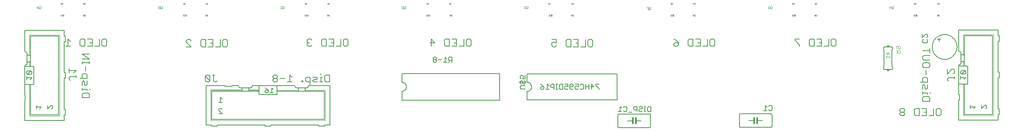
<source format=gbo>
G75*
%MOIN*%
%OFA0B0*%
%FSLAX24Y24*%
%IPPOS*%
%LPD*%
%AMOC8*
5,1,8,0,0,1.08239X$1,22.5*
%
%ADD10C,0.0060*%
%ADD11C,0.0010*%
%ADD12C,0.0020*%
%ADD13C,0.0050*%
%ADD14R,0.0200X0.0150*%
%ADD15C,0.0040*%
%ADD16C,0.0070*%
%ADD17C,0.0120*%
D10*
X008771Y004200D02*
X008771Y005950D01*
X008821Y005950D01*
X008821Y006450D01*
X008771Y006450D01*
X008771Y007400D01*
X009171Y007400D01*
X009271Y007400D01*
X009271Y004700D01*
X011771Y004700D01*
X011771Y011700D01*
X009271Y011700D01*
X009271Y010000D01*
X009271Y009400D01*
X009271Y009000D01*
X009171Y009000D01*
X008771Y009000D01*
X008771Y007400D01*
X009271Y007400D02*
X009571Y007400D01*
X009571Y009000D01*
X009271Y009000D01*
X008971Y009200D02*
X008971Y009400D01*
X008971Y010000D01*
X009171Y010000D01*
X009271Y010000D01*
X008971Y010000D02*
X008971Y010200D01*
X008771Y010350D01*
X008771Y012200D01*
X012271Y012200D01*
X012271Y011700D01*
X012371Y011700D01*
X012371Y011200D01*
X012271Y011200D01*
X012271Y008450D01*
X012371Y008450D01*
X012371Y007950D01*
X012271Y007950D01*
X012271Y005200D01*
X012371Y005200D01*
X012371Y004700D01*
X012271Y004700D01*
X012271Y004200D01*
X008771Y004200D01*
X008771Y009000D02*
X008771Y009050D01*
X008971Y009200D01*
X008971Y009400D02*
X009171Y009400D01*
X009271Y009400D01*
X012402Y010770D02*
X012829Y010770D01*
X012615Y010770D02*
X012615Y011410D01*
X012829Y011197D01*
X013691Y011303D02*
X013798Y011410D01*
X014118Y011410D01*
X014118Y010770D01*
X013798Y010770D01*
X013691Y010876D01*
X013691Y011303D01*
X014335Y011410D02*
X014762Y011410D01*
X014762Y010770D01*
X014335Y010770D01*
X014980Y010770D02*
X015407Y010770D01*
X015407Y011410D01*
X015624Y011303D02*
X015731Y011410D01*
X015945Y011410D01*
X016051Y011303D01*
X016051Y010876D01*
X015945Y010770D01*
X015731Y010770D01*
X015624Y010876D01*
X015624Y011303D01*
X014762Y011090D02*
X014549Y011090D01*
X023122Y011157D02*
X023549Y010730D01*
X023122Y010730D01*
X024411Y010836D02*
X024411Y011263D01*
X024518Y011370D01*
X024838Y011370D01*
X024838Y010730D01*
X024518Y010730D01*
X024411Y010836D01*
X025055Y010730D02*
X025482Y010730D01*
X025482Y011370D01*
X025055Y011370D01*
X026127Y011370D02*
X026127Y010730D01*
X025700Y010730D01*
X026344Y010836D02*
X026344Y011263D01*
X026451Y011370D01*
X026665Y011370D01*
X026771Y011263D01*
X026771Y010836D01*
X026665Y010730D01*
X026451Y010730D01*
X026344Y010836D01*
X025482Y011050D02*
X025269Y011050D01*
X023549Y011263D02*
X023442Y011370D01*
X023228Y011370D01*
X023122Y011263D01*
X023122Y011157D01*
X033842Y011197D02*
X033948Y011090D01*
X033842Y010983D01*
X033842Y010876D01*
X033948Y010770D01*
X034162Y010770D01*
X034269Y010876D01*
X034055Y011090D02*
X033948Y011090D01*
X033842Y011197D02*
X033842Y011303D01*
X033948Y011410D01*
X034162Y011410D01*
X034269Y011303D01*
X035131Y011303D02*
X035238Y011410D01*
X035558Y011410D01*
X035558Y010770D01*
X035238Y010770D01*
X035131Y010876D01*
X035131Y011303D01*
X035775Y011410D02*
X036202Y011410D01*
X036202Y010770D01*
X035775Y010770D01*
X036420Y010770D02*
X036847Y010770D01*
X036847Y011410D01*
X037064Y011303D02*
X037171Y011410D01*
X037385Y011410D01*
X037491Y011303D01*
X037491Y010876D01*
X037385Y010770D01*
X037171Y010770D01*
X037064Y010876D01*
X037064Y011303D01*
X036202Y011090D02*
X035989Y011090D01*
X044762Y011090D02*
X045189Y011090D01*
X044868Y011410D01*
X044868Y010770D01*
X046051Y010876D02*
X046158Y010770D01*
X046478Y010770D01*
X046478Y011410D01*
X046158Y011410D01*
X046051Y011303D01*
X046051Y010876D01*
X046695Y010770D02*
X047122Y010770D01*
X047122Y011410D01*
X046695Y011410D01*
X046909Y011090D02*
X047122Y011090D01*
X047984Y011303D02*
X047984Y010876D01*
X048091Y010770D01*
X048305Y010770D01*
X048411Y010876D01*
X048411Y011303D01*
X048305Y011410D01*
X048091Y011410D01*
X047984Y011303D01*
X047767Y011410D02*
X047767Y010770D01*
X047340Y010770D01*
X055562Y010836D02*
X055668Y010730D01*
X055882Y010730D01*
X055989Y010836D01*
X055989Y011050D02*
X055775Y011157D01*
X055668Y011157D01*
X055562Y011050D01*
X055562Y010836D01*
X055989Y011050D02*
X055989Y011370D01*
X055562Y011370D01*
X056851Y011263D02*
X056958Y011370D01*
X057278Y011370D01*
X057278Y010730D01*
X056958Y010730D01*
X056851Y010836D01*
X056851Y011263D01*
X057495Y011370D02*
X057922Y011370D01*
X057922Y010730D01*
X057495Y010730D01*
X058140Y010730D02*
X058567Y010730D01*
X058567Y011370D01*
X058784Y011263D02*
X058891Y011370D01*
X059105Y011370D01*
X059211Y011263D01*
X059211Y010836D01*
X059105Y010730D01*
X058891Y010730D01*
X058784Y010836D01*
X058784Y011263D01*
X057922Y011050D02*
X057709Y011050D01*
X066402Y010983D02*
X066508Y011090D01*
X066829Y011090D01*
X066829Y010876D01*
X066722Y010770D01*
X066508Y010770D01*
X066402Y010876D01*
X066402Y010983D01*
X066615Y011303D02*
X066829Y011090D01*
X066615Y011303D02*
X066402Y011410D01*
X067691Y011303D02*
X067798Y011410D01*
X068118Y011410D01*
X068118Y010770D01*
X067798Y010770D01*
X067691Y010876D01*
X067691Y011303D01*
X068335Y011410D02*
X068762Y011410D01*
X068762Y010770D01*
X068335Y010770D01*
X068980Y010770D02*
X069407Y010770D01*
X069407Y011410D01*
X069624Y011303D02*
X069731Y011410D01*
X069945Y011410D01*
X070051Y011303D01*
X070051Y010876D01*
X069945Y010770D01*
X069731Y010770D01*
X069624Y010876D01*
X069624Y011303D01*
X068762Y011090D02*
X068549Y011090D01*
X077162Y011303D02*
X077589Y010876D01*
X077589Y010770D01*
X078451Y010876D02*
X078451Y011303D01*
X078558Y011410D01*
X078878Y011410D01*
X078878Y010770D01*
X078558Y010770D01*
X078451Y010876D01*
X079095Y010770D02*
X079522Y010770D01*
X079522Y011410D01*
X079095Y011410D01*
X080167Y011410D02*
X080167Y010770D01*
X079740Y010770D01*
X080384Y010876D02*
X080384Y011303D01*
X080491Y011410D01*
X080705Y011410D01*
X080811Y011303D01*
X080811Y010876D01*
X080705Y010770D01*
X080491Y010770D01*
X080384Y010876D01*
X079522Y011090D02*
X079309Y011090D01*
X077589Y011410D02*
X077162Y011410D01*
X077162Y011303D01*
X085041Y010620D02*
X085041Y010470D01*
X085091Y010420D01*
X085091Y009020D01*
X085041Y008970D01*
X085041Y008820D01*
X085043Y008803D01*
X085047Y008786D01*
X085054Y008770D01*
X085064Y008756D01*
X085077Y008743D01*
X085091Y008733D01*
X085107Y008726D01*
X085124Y008722D01*
X085141Y008720D01*
X085741Y008720D01*
X085758Y008722D01*
X085775Y008726D01*
X085791Y008733D01*
X085805Y008743D01*
X085818Y008756D01*
X085828Y008770D01*
X085835Y008786D01*
X085839Y008803D01*
X085841Y008820D01*
X085841Y008970D01*
X085791Y009020D01*
X085791Y010420D01*
X085841Y010470D01*
X085841Y010620D01*
X085839Y010637D01*
X085835Y010654D01*
X085828Y010670D01*
X085818Y010684D01*
X085805Y010697D01*
X085791Y010707D01*
X085775Y010714D01*
X085758Y010718D01*
X085741Y010720D01*
X085141Y010720D01*
X085124Y010718D01*
X085107Y010714D01*
X085091Y010707D01*
X085077Y010697D01*
X085064Y010684D01*
X085054Y010670D01*
X085047Y010654D01*
X085043Y010637D01*
X085041Y010620D01*
X089811Y011370D02*
X089961Y011370D01*
X089961Y011220D01*
X089961Y011370D02*
X090111Y011370D01*
X089961Y011370D02*
X089961Y011520D01*
X092211Y011720D02*
X092211Y010020D01*
X092211Y009420D01*
X092211Y009020D01*
X092111Y009020D01*
X091711Y009020D01*
X091711Y007420D01*
X091711Y006470D01*
X091761Y006470D01*
X091761Y005970D01*
X091711Y005970D01*
X091711Y004220D01*
X095211Y004220D01*
X095211Y004720D01*
X095311Y004720D01*
X095311Y005220D01*
X095211Y005220D01*
X095211Y007970D01*
X095311Y007970D01*
X095311Y008470D01*
X095211Y008470D01*
X095211Y011220D01*
X095311Y011220D01*
X095311Y011720D01*
X095211Y011720D01*
X095211Y012220D01*
X091711Y012220D01*
X091711Y010370D01*
X091911Y010220D01*
X091911Y010020D01*
X091911Y009420D01*
X091911Y009220D01*
X091711Y009070D01*
X091711Y009020D01*
X092211Y009020D02*
X092511Y009020D01*
X092511Y007420D01*
X092211Y007420D01*
X092111Y007420D01*
X091711Y007420D01*
X092211Y007420D02*
X092211Y004720D01*
X094711Y004720D01*
X094711Y011720D01*
X092211Y011720D01*
X089361Y010720D02*
X089363Y010786D01*
X089369Y010851D01*
X089379Y010916D01*
X089392Y010981D01*
X089410Y011044D01*
X089431Y011107D01*
X089456Y011167D01*
X089485Y011227D01*
X089517Y011284D01*
X089552Y011340D01*
X089591Y011393D01*
X089633Y011444D01*
X089677Y011492D01*
X089725Y011537D01*
X089775Y011580D01*
X089828Y011619D01*
X089883Y011656D01*
X089940Y011689D01*
X089999Y011718D01*
X090059Y011744D01*
X090121Y011766D01*
X090184Y011785D01*
X090248Y011799D01*
X090313Y011810D01*
X090379Y011817D01*
X090445Y011820D01*
X090510Y011819D01*
X090576Y011814D01*
X090641Y011805D01*
X090706Y011792D01*
X090769Y011776D01*
X090832Y011756D01*
X090893Y011731D01*
X090953Y011704D01*
X091011Y011673D01*
X091067Y011638D01*
X091121Y011600D01*
X091172Y011559D01*
X091221Y011515D01*
X091267Y011468D01*
X091311Y011419D01*
X091351Y011367D01*
X091388Y011312D01*
X091422Y011256D01*
X091452Y011197D01*
X091479Y011137D01*
X091502Y011076D01*
X091521Y011013D01*
X091537Y010949D01*
X091549Y010884D01*
X091557Y010819D01*
X091561Y010753D01*
X091561Y010687D01*
X091557Y010621D01*
X091549Y010556D01*
X091537Y010491D01*
X091521Y010427D01*
X091502Y010364D01*
X091479Y010303D01*
X091452Y010243D01*
X091422Y010184D01*
X091388Y010128D01*
X091351Y010073D01*
X091311Y010021D01*
X091267Y009972D01*
X091221Y009925D01*
X091172Y009881D01*
X091121Y009840D01*
X091067Y009802D01*
X091011Y009767D01*
X090953Y009736D01*
X090893Y009709D01*
X090832Y009684D01*
X090769Y009664D01*
X090706Y009648D01*
X090641Y009635D01*
X090576Y009626D01*
X090510Y009621D01*
X090445Y009620D01*
X090379Y009623D01*
X090313Y009630D01*
X090248Y009641D01*
X090184Y009655D01*
X090121Y009674D01*
X090059Y009696D01*
X089999Y009722D01*
X089940Y009751D01*
X089883Y009784D01*
X089828Y009821D01*
X089775Y009860D01*
X089725Y009903D01*
X089677Y009948D01*
X089633Y009996D01*
X089591Y010047D01*
X089552Y010100D01*
X089517Y010156D01*
X089485Y010213D01*
X089456Y010273D01*
X089431Y010333D01*
X089410Y010396D01*
X089392Y010459D01*
X089379Y010524D01*
X089369Y010589D01*
X089363Y010654D01*
X089361Y010720D01*
X091911Y010020D02*
X092111Y010020D01*
X092211Y010020D01*
X092211Y009420D02*
X092111Y009420D01*
X091911Y009420D01*
X090025Y005250D02*
X090131Y005143D01*
X090131Y004716D01*
X090025Y004610D01*
X089811Y004610D01*
X089704Y004716D01*
X089704Y005143D01*
X089811Y005250D01*
X090025Y005250D01*
X089487Y005250D02*
X089487Y004610D01*
X089060Y004610D01*
X088842Y004610D02*
X088415Y004610D01*
X088198Y004610D02*
X087878Y004610D01*
X087771Y004716D01*
X087771Y005143D01*
X087878Y005250D01*
X088198Y005250D01*
X088198Y004610D01*
X088842Y004610D02*
X088842Y005250D01*
X088415Y005250D01*
X086909Y005143D02*
X086909Y005037D01*
X086802Y004930D01*
X086588Y004930D01*
X086482Y004823D01*
X086482Y004716D01*
X086588Y004610D01*
X086802Y004610D01*
X086909Y004716D01*
X086909Y004823D01*
X086802Y004930D01*
X086588Y004930D02*
X086482Y005037D01*
X086482Y005143D01*
X086588Y005250D01*
X086802Y005250D01*
X086909Y005143D01*
X088629Y004930D02*
X088842Y004930D01*
X075131Y004680D02*
X075131Y003680D01*
X075129Y003663D01*
X075125Y003646D01*
X075118Y003630D01*
X075108Y003616D01*
X075095Y003603D01*
X075081Y003593D01*
X075065Y003586D01*
X075048Y003582D01*
X075031Y003580D01*
X072331Y003580D01*
X072314Y003582D01*
X072297Y003586D01*
X072281Y003593D01*
X072267Y003603D01*
X072254Y003616D01*
X072244Y003630D01*
X072237Y003646D01*
X072233Y003663D01*
X072231Y003680D01*
X072231Y004680D01*
X072233Y004697D01*
X072237Y004714D01*
X072244Y004730D01*
X072254Y004744D01*
X072267Y004757D01*
X072281Y004767D01*
X072297Y004774D01*
X072314Y004778D01*
X072331Y004780D01*
X075031Y004780D01*
X075048Y004778D01*
X075065Y004774D01*
X075081Y004767D01*
X075095Y004757D01*
X075108Y004744D01*
X075118Y004730D01*
X075125Y004714D01*
X075129Y004697D01*
X075131Y004680D01*
X074281Y004180D02*
X073801Y004180D01*
X073551Y004180D02*
X073081Y004180D01*
X064351Y004660D02*
X064351Y003660D01*
X064349Y003643D01*
X064345Y003626D01*
X064338Y003610D01*
X064328Y003596D01*
X064315Y003583D01*
X064301Y003573D01*
X064285Y003566D01*
X064268Y003562D01*
X064251Y003560D01*
X061551Y003560D01*
X061534Y003562D01*
X061517Y003566D01*
X061501Y003573D01*
X061487Y003583D01*
X061474Y003596D01*
X061464Y003610D01*
X061457Y003626D01*
X061453Y003643D01*
X061451Y003660D01*
X061451Y004660D01*
X061453Y004677D01*
X061457Y004694D01*
X061464Y004710D01*
X061474Y004724D01*
X061487Y004737D01*
X061501Y004747D01*
X061517Y004754D01*
X061534Y004758D01*
X061551Y004760D01*
X064251Y004760D01*
X064268Y004758D01*
X064285Y004754D01*
X064301Y004747D01*
X064315Y004737D01*
X064328Y004724D01*
X064338Y004710D01*
X064345Y004694D01*
X064349Y004677D01*
X064351Y004660D01*
X063501Y004160D02*
X063031Y004160D01*
X062781Y004160D02*
X062301Y004160D01*
X061385Y006030D02*
X053385Y006030D01*
X053385Y006780D01*
X053424Y006782D01*
X053463Y006788D01*
X053501Y006797D01*
X053538Y006810D01*
X053574Y006827D01*
X053607Y006847D01*
X053639Y006871D01*
X053668Y006897D01*
X053694Y006926D01*
X053718Y006958D01*
X053738Y006991D01*
X053755Y007027D01*
X053768Y007064D01*
X053777Y007102D01*
X053783Y007141D01*
X053785Y007180D01*
X053783Y007219D01*
X053777Y007258D01*
X053768Y007296D01*
X053755Y007333D01*
X053738Y007369D01*
X053718Y007402D01*
X053694Y007434D01*
X053668Y007463D01*
X053639Y007489D01*
X053607Y007513D01*
X053574Y007533D01*
X053538Y007550D01*
X053501Y007563D01*
X053463Y007572D01*
X053424Y007578D01*
X053385Y007580D01*
X053385Y008330D01*
X061385Y008330D01*
X061385Y006030D01*
D11*
X057497Y013465D02*
X057442Y013465D01*
X057424Y013483D01*
X057424Y013556D01*
X057442Y013575D01*
X057497Y013575D01*
X057497Y013465D01*
X057387Y013483D02*
X057314Y013556D01*
X057314Y013483D01*
X057332Y013465D01*
X057369Y013465D01*
X057387Y013483D01*
X057387Y013556D01*
X057369Y013575D01*
X057332Y013575D01*
X057314Y013556D01*
X055608Y013575D02*
X055608Y013465D01*
X055608Y013501D02*
X055553Y013501D01*
X055535Y013520D01*
X055535Y013556D01*
X055553Y013575D01*
X055608Y013575D01*
X055571Y013501D02*
X055535Y013465D01*
X055497Y013465D02*
X055424Y013465D01*
X055387Y013483D02*
X055369Y013465D01*
X055332Y013465D01*
X055314Y013483D01*
X055314Y013501D01*
X055332Y013520D01*
X055369Y013520D01*
X055387Y013538D01*
X055387Y013556D01*
X055369Y013575D01*
X055332Y013575D01*
X055314Y013556D01*
X055424Y013575D02*
X055497Y013575D01*
X055497Y013465D01*
X055497Y013520D02*
X055461Y013520D01*
X055417Y014505D02*
X055362Y014505D01*
X055344Y014523D01*
X055344Y014596D01*
X055362Y014615D01*
X055417Y014615D01*
X055417Y014505D01*
X055307Y014523D02*
X055289Y014505D01*
X055252Y014505D01*
X055234Y014523D01*
X055307Y014523D02*
X055307Y014596D01*
X055289Y014615D01*
X055252Y014615D01*
X055234Y014596D01*
X057314Y014505D02*
X057387Y014505D01*
X057350Y014505D02*
X057350Y014615D01*
X057387Y014578D01*
X057424Y014596D02*
X057442Y014615D01*
X057497Y014615D01*
X057497Y014505D01*
X057442Y014505D01*
X057424Y014523D01*
X057424Y014596D01*
X066114Y014596D02*
X066132Y014615D01*
X066169Y014615D01*
X066187Y014596D01*
X066187Y014523D01*
X066169Y014505D01*
X066132Y014505D01*
X066114Y014523D01*
X066224Y014523D02*
X066224Y014596D01*
X066242Y014615D01*
X066297Y014615D01*
X066297Y014505D01*
X066242Y014505D01*
X066224Y014523D01*
X068114Y014505D02*
X068187Y014505D01*
X068150Y014505D02*
X068150Y014615D01*
X068187Y014578D01*
X068224Y014596D02*
X068242Y014615D01*
X068297Y014615D01*
X068297Y014505D01*
X068242Y014505D01*
X068224Y014523D01*
X068224Y014596D01*
X068242Y013575D02*
X068297Y013575D01*
X068297Y013465D01*
X068242Y013465D01*
X068224Y013483D01*
X068224Y013556D01*
X068242Y013575D01*
X068187Y013556D02*
X068169Y013575D01*
X068132Y013575D01*
X068114Y013556D01*
X068187Y013483D01*
X068169Y013465D01*
X068132Y013465D01*
X068114Y013483D01*
X068114Y013556D01*
X068187Y013556D02*
X068187Y013483D01*
X066408Y013501D02*
X066353Y013501D01*
X066335Y013520D01*
X066335Y013556D01*
X066353Y013575D01*
X066408Y013575D01*
X066408Y013465D01*
X066371Y013501D02*
X066335Y013465D01*
X066297Y013465D02*
X066224Y013465D01*
X066187Y013483D02*
X066169Y013465D01*
X066132Y013465D01*
X066114Y013483D01*
X066114Y013501D01*
X066132Y013520D01*
X066169Y013520D01*
X066187Y013538D01*
X066187Y013556D01*
X066169Y013575D01*
X066132Y013575D01*
X066114Y013556D01*
X066224Y013575D02*
X066297Y013575D01*
X066297Y013465D01*
X066297Y013520D02*
X066261Y013520D01*
X076914Y013501D02*
X076914Y013483D01*
X076932Y013465D01*
X076969Y013465D01*
X076987Y013483D01*
X076969Y013520D02*
X076932Y013520D01*
X076914Y013501D01*
X076914Y013556D02*
X076932Y013575D01*
X076969Y013575D01*
X076987Y013556D01*
X076987Y013538D01*
X076969Y013520D01*
X077024Y013575D02*
X077097Y013575D01*
X077097Y013465D01*
X077024Y013465D01*
X077061Y013520D02*
X077097Y013520D01*
X077135Y013520D02*
X077153Y013501D01*
X077208Y013501D01*
X077208Y013465D02*
X077208Y013575D01*
X077153Y013575D01*
X077135Y013556D01*
X077135Y013520D01*
X077171Y013501D02*
X077135Y013465D01*
X078914Y013483D02*
X078932Y013465D01*
X078969Y013465D01*
X078987Y013483D01*
X078914Y013556D01*
X078914Y013483D01*
X078987Y013483D02*
X078987Y013556D01*
X078969Y013575D01*
X078932Y013575D01*
X078914Y013556D01*
X079024Y013556D02*
X079042Y013575D01*
X079097Y013575D01*
X079097Y013465D01*
X079042Y013465D01*
X079024Y013483D01*
X079024Y013556D01*
X079042Y014505D02*
X079024Y014523D01*
X079024Y014596D01*
X079042Y014615D01*
X079097Y014615D01*
X079097Y014505D01*
X079042Y014505D01*
X078987Y014505D02*
X078914Y014505D01*
X078950Y014505D02*
X078950Y014615D01*
X078987Y014578D01*
X077097Y014615D02*
X077042Y014615D01*
X077024Y014596D01*
X077024Y014523D01*
X077042Y014505D01*
X077097Y014505D01*
X077097Y014615D01*
X076987Y014596D02*
X076987Y014523D01*
X076969Y014505D01*
X076932Y014505D01*
X076914Y014523D01*
X076914Y014596D02*
X076932Y014615D01*
X076969Y014615D01*
X076987Y014596D01*
X087714Y014596D02*
X087732Y014615D01*
X087769Y014615D01*
X087787Y014596D01*
X087787Y014523D01*
X087769Y014505D01*
X087732Y014505D01*
X087714Y014523D01*
X087824Y014523D02*
X087824Y014596D01*
X087842Y014615D01*
X087897Y014615D01*
X087897Y014505D01*
X087842Y014505D01*
X087824Y014523D01*
X089794Y014505D02*
X089867Y014505D01*
X089830Y014505D02*
X089830Y014615D01*
X089867Y014578D01*
X089904Y014596D02*
X089922Y014615D01*
X089977Y014615D01*
X089977Y014505D01*
X089922Y014505D01*
X089904Y014523D01*
X089904Y014596D01*
X089922Y013575D02*
X089977Y013575D01*
X089977Y013465D01*
X089922Y013465D01*
X089904Y013483D01*
X089904Y013556D01*
X089922Y013575D01*
X089867Y013556D02*
X089849Y013575D01*
X089812Y013575D01*
X089794Y013556D01*
X089867Y013483D01*
X089849Y013465D01*
X089812Y013465D01*
X089794Y013483D01*
X089794Y013556D01*
X089867Y013556D02*
X089867Y013483D01*
X088008Y013501D02*
X087953Y013501D01*
X087935Y013520D01*
X087935Y013556D01*
X087953Y013575D01*
X088008Y013575D01*
X088008Y013465D01*
X087971Y013501D02*
X087935Y013465D01*
X087897Y013465D02*
X087824Y013465D01*
X087787Y013483D02*
X087769Y013465D01*
X087732Y013465D01*
X087714Y013483D01*
X087714Y013501D01*
X087732Y013520D01*
X087769Y013520D01*
X087787Y013538D01*
X087787Y013556D01*
X087769Y013575D01*
X087732Y013575D01*
X087714Y013556D01*
X087824Y013575D02*
X087897Y013575D01*
X087897Y013465D01*
X087897Y013520D02*
X087861Y013520D01*
X046697Y013575D02*
X046697Y013465D01*
X046642Y013465D01*
X046624Y013483D01*
X046624Y013556D01*
X046642Y013575D01*
X046697Y013575D01*
X046587Y013556D02*
X046569Y013575D01*
X046532Y013575D01*
X046514Y013556D01*
X046587Y013483D01*
X046569Y013465D01*
X046532Y013465D01*
X046514Y013483D01*
X046514Y013556D01*
X046587Y013556D02*
X046587Y013483D01*
X044728Y013501D02*
X044673Y013501D01*
X044655Y013520D01*
X044655Y013556D01*
X044673Y013575D01*
X044728Y013575D01*
X044728Y013465D01*
X044691Y013501D02*
X044655Y013465D01*
X044617Y013465D02*
X044544Y013465D01*
X044507Y013483D02*
X044489Y013465D01*
X044452Y013465D01*
X044434Y013483D01*
X044434Y013501D01*
X044452Y013520D01*
X044489Y013520D01*
X044507Y013538D01*
X044507Y013556D01*
X044489Y013575D01*
X044452Y013575D01*
X044434Y013556D01*
X044544Y013575D02*
X044617Y013575D01*
X044617Y013465D01*
X044617Y013520D02*
X044581Y013520D01*
X044562Y014505D02*
X044544Y014523D01*
X044544Y014596D01*
X044562Y014615D01*
X044617Y014615D01*
X044617Y014505D01*
X044562Y014505D01*
X044507Y014523D02*
X044489Y014505D01*
X044452Y014505D01*
X044434Y014523D01*
X044507Y014523D02*
X044507Y014596D01*
X044489Y014615D01*
X044452Y014615D01*
X044434Y014596D01*
X046434Y014505D02*
X046507Y014505D01*
X046470Y014505D02*
X046470Y014615D01*
X046507Y014578D01*
X046544Y014596D02*
X046562Y014615D01*
X046617Y014615D01*
X046617Y014505D01*
X046562Y014505D01*
X046544Y014523D01*
X046544Y014596D01*
X035817Y014615D02*
X035762Y014615D01*
X035744Y014596D01*
X035744Y014523D01*
X035762Y014505D01*
X035817Y014505D01*
X035817Y014615D01*
X035707Y014578D02*
X035670Y014615D01*
X035670Y014505D01*
X035634Y014505D02*
X035707Y014505D01*
X033817Y014505D02*
X033762Y014505D01*
X033744Y014523D01*
X033744Y014596D01*
X033762Y014615D01*
X033817Y014615D01*
X033817Y014505D01*
X033707Y014523D02*
X033689Y014505D01*
X033652Y014505D01*
X033634Y014523D01*
X033707Y014523D02*
X033707Y014596D01*
X033689Y014615D01*
X033652Y014615D01*
X033634Y014596D01*
X033652Y013575D02*
X033689Y013575D01*
X033707Y013556D01*
X033707Y013538D01*
X033689Y013520D01*
X033652Y013520D01*
X033634Y013501D01*
X033634Y013483D01*
X033652Y013465D01*
X033689Y013465D01*
X033707Y013483D01*
X033744Y013465D02*
X033817Y013465D01*
X033817Y013575D01*
X033744Y013575D01*
X033781Y013520D02*
X033817Y013520D01*
X033855Y013520D02*
X033873Y013501D01*
X033928Y013501D01*
X033928Y013465D02*
X033928Y013575D01*
X033873Y013575D01*
X033855Y013556D01*
X033855Y013520D01*
X033891Y013501D02*
X033855Y013465D01*
X033652Y013575D02*
X033634Y013556D01*
X035634Y013556D02*
X035707Y013483D01*
X035689Y013465D01*
X035652Y013465D01*
X035634Y013483D01*
X035634Y013556D01*
X035652Y013575D01*
X035689Y013575D01*
X035707Y013556D01*
X035707Y013483D01*
X035744Y013483D02*
X035744Y013556D01*
X035762Y013575D01*
X035817Y013575D01*
X035817Y013465D01*
X035762Y013465D01*
X035744Y013483D01*
X025017Y013465D02*
X024962Y013465D01*
X024944Y013483D01*
X024944Y013556D01*
X024962Y013575D01*
X025017Y013575D01*
X025017Y013465D01*
X024907Y013483D02*
X024834Y013556D01*
X024834Y013483D01*
X024852Y013465D01*
X024889Y013465D01*
X024907Y013483D01*
X024907Y013556D01*
X024889Y013575D01*
X024852Y013575D01*
X024834Y013556D01*
X023128Y013575D02*
X023128Y013465D01*
X023128Y013501D02*
X023073Y013501D01*
X023055Y013520D01*
X023055Y013556D01*
X023073Y013575D01*
X023128Y013575D01*
X023091Y013501D02*
X023055Y013465D01*
X023017Y013465D02*
X022944Y013465D01*
X022907Y013483D02*
X022889Y013465D01*
X022852Y013465D01*
X022834Y013483D01*
X022834Y013501D01*
X022852Y013520D01*
X022889Y013520D01*
X022907Y013538D01*
X022907Y013556D01*
X022889Y013575D01*
X022852Y013575D01*
X022834Y013556D01*
X022944Y013575D02*
X023017Y013575D01*
X023017Y013465D01*
X023017Y013520D02*
X022981Y013520D01*
X022962Y014505D02*
X022944Y014523D01*
X022944Y014596D01*
X022962Y014615D01*
X023017Y014615D01*
X023017Y014505D01*
X022962Y014505D01*
X022907Y014523D02*
X022889Y014505D01*
X022852Y014505D01*
X022834Y014523D01*
X022907Y014523D02*
X022907Y014596D01*
X022889Y014615D01*
X022852Y014615D01*
X022834Y014596D01*
X024834Y014505D02*
X024907Y014505D01*
X024870Y014505D02*
X024870Y014615D01*
X024907Y014578D01*
X024944Y014596D02*
X024962Y014615D01*
X025017Y014615D01*
X025017Y014505D01*
X024962Y014505D01*
X024944Y014523D01*
X024944Y014596D01*
X014137Y014615D02*
X014082Y014615D01*
X014064Y014596D01*
X014064Y014523D01*
X014082Y014505D01*
X014137Y014505D01*
X014137Y014615D01*
X014027Y014578D02*
X013990Y014615D01*
X013990Y014505D01*
X013954Y014505D02*
X014027Y014505D01*
X012137Y014505D02*
X012082Y014505D01*
X012064Y014523D01*
X012064Y014596D01*
X012082Y014615D01*
X012137Y014615D01*
X012137Y014505D01*
X012027Y014523D02*
X012009Y014505D01*
X011972Y014505D01*
X011954Y014523D01*
X012027Y014523D02*
X012027Y014596D01*
X012009Y014615D01*
X011972Y014615D01*
X011954Y014596D01*
X011972Y013575D02*
X012009Y013575D01*
X012027Y013556D01*
X012027Y013538D01*
X012009Y013520D01*
X011972Y013520D01*
X011954Y013501D01*
X011954Y013483D01*
X011972Y013465D01*
X012009Y013465D01*
X012027Y013483D01*
X012064Y013465D02*
X012137Y013465D01*
X012137Y013575D01*
X012064Y013575D01*
X012101Y013520D02*
X012137Y013520D01*
X012175Y013520D02*
X012193Y013501D01*
X012248Y013501D01*
X012248Y013465D02*
X012248Y013575D01*
X012193Y013575D01*
X012175Y013556D01*
X012175Y013520D01*
X012211Y013501D02*
X012175Y013465D01*
X011972Y013575D02*
X011954Y013556D01*
X013954Y013556D02*
X014027Y013483D01*
X014009Y013465D01*
X013972Y013465D01*
X013954Y013483D01*
X013954Y013556D01*
X013972Y013575D01*
X014009Y013575D01*
X014027Y013556D01*
X014027Y013483D01*
X014064Y013483D02*
X014064Y013556D01*
X014082Y013575D01*
X014137Y013575D01*
X014137Y013465D01*
X014082Y013465D01*
X014064Y013483D01*
D12*
X010193Y014146D02*
X010157Y014110D01*
X010083Y014110D01*
X010047Y014146D01*
X010047Y014293D01*
X010083Y014330D01*
X010157Y014330D01*
X010193Y014293D01*
X010193Y014146D01*
X010120Y014183D02*
X010047Y014110D01*
X009972Y014110D02*
X009972Y014256D01*
X009899Y014330D01*
X009826Y014256D01*
X009826Y014110D01*
X009826Y014220D02*
X009972Y014220D01*
X020626Y014256D02*
X020662Y014220D01*
X020772Y014220D01*
X020847Y014293D02*
X020847Y014146D01*
X020883Y014110D01*
X020957Y014110D01*
X020993Y014146D01*
X020993Y014293D01*
X020957Y014330D01*
X020883Y014330D01*
X020847Y014293D01*
X020772Y014330D02*
X020662Y014330D01*
X020626Y014293D01*
X020626Y014256D01*
X020662Y014220D02*
X020626Y014183D01*
X020626Y014146D01*
X020662Y014110D01*
X020772Y014110D01*
X020772Y014330D01*
X020920Y014183D02*
X020847Y014110D01*
X031426Y014146D02*
X031462Y014110D01*
X031536Y014110D01*
X031572Y014146D01*
X031572Y014293D01*
X031536Y014330D01*
X031462Y014330D01*
X031426Y014293D01*
X031647Y014293D02*
X031647Y014146D01*
X031683Y014110D01*
X031757Y014110D01*
X031793Y014146D01*
X031793Y014293D01*
X031757Y014330D01*
X031683Y014330D01*
X031647Y014293D01*
X031720Y014183D02*
X031647Y014110D01*
X042226Y014146D02*
X042226Y014293D01*
X042262Y014330D01*
X042372Y014330D01*
X042372Y014110D01*
X042262Y014110D01*
X042226Y014146D01*
X042447Y014146D02*
X042483Y014110D01*
X042557Y014110D01*
X042593Y014146D01*
X042593Y014293D01*
X042557Y014330D01*
X042483Y014330D01*
X042447Y014293D01*
X042447Y014146D01*
X042447Y014110D02*
X042520Y014183D01*
X053106Y014110D02*
X053252Y014110D01*
X053252Y014330D01*
X053106Y014330D01*
X053179Y014220D02*
X053252Y014220D01*
X053327Y014293D02*
X053327Y014146D01*
X053363Y014110D01*
X053437Y014110D01*
X053473Y014146D01*
X053473Y014293D01*
X053437Y014330D01*
X053363Y014330D01*
X053327Y014293D01*
X053400Y014183D02*
X053327Y014110D01*
X063986Y014250D02*
X064132Y014250D01*
X064132Y014030D01*
X064207Y014030D02*
X064280Y014103D01*
X064207Y014066D02*
X064207Y014213D01*
X064243Y014250D01*
X064317Y014250D01*
X064353Y014213D01*
X064353Y014066D01*
X064317Y014030D01*
X064243Y014030D01*
X064207Y014066D01*
X064132Y014140D02*
X064059Y014140D01*
X074786Y014146D02*
X074786Y014220D01*
X074859Y014220D01*
X074786Y014293D02*
X074822Y014330D01*
X074896Y014330D01*
X074932Y014293D01*
X074932Y014146D01*
X074896Y014110D01*
X074822Y014110D01*
X074786Y014146D01*
X075007Y014146D02*
X075043Y014110D01*
X075117Y014110D01*
X075153Y014146D01*
X075153Y014293D01*
X075117Y014330D01*
X075043Y014330D01*
X075007Y014293D01*
X075007Y014146D01*
X075007Y014110D02*
X075080Y014183D01*
X085586Y014220D02*
X085732Y014220D01*
X085807Y014293D02*
X085807Y014146D01*
X085843Y014110D01*
X085917Y014110D01*
X085953Y014146D01*
X085953Y014293D01*
X085917Y014330D01*
X085843Y014330D01*
X085807Y014293D01*
X085732Y014330D02*
X085732Y014110D01*
X085807Y014110D02*
X085880Y014183D01*
X085586Y014110D02*
X085586Y014330D01*
X092111Y011820D02*
X094811Y011820D01*
X094811Y004620D01*
X092111Y004620D01*
X092111Y007420D01*
X092111Y009020D02*
X092111Y009420D01*
X092111Y010020D02*
X092111Y011820D01*
X035461Y006870D02*
X035461Y004170D01*
X025261Y004170D01*
X025261Y006870D01*
X031161Y006870D02*
X033061Y006870D01*
X033661Y006870D02*
X035461Y006870D01*
X011871Y004600D02*
X009171Y004600D01*
X009171Y007400D01*
X009171Y009000D02*
X009171Y009400D01*
X009171Y010000D02*
X009171Y011800D01*
X011871Y011800D01*
X011871Y004600D01*
D13*
X011247Y005300D02*
X011172Y005225D01*
X011247Y005300D02*
X011247Y005450D01*
X011172Y005525D01*
X011097Y005525D01*
X010796Y005225D01*
X010796Y005525D01*
X010247Y005375D02*
X009796Y005375D01*
X009796Y005225D02*
X009796Y005525D01*
X010097Y005225D02*
X010247Y005375D01*
X009247Y007825D02*
X009397Y007975D01*
X008946Y007975D01*
X008946Y007825D02*
X008946Y008125D01*
X009022Y008285D02*
X009322Y008585D01*
X009022Y008585D01*
X008946Y008510D01*
X008946Y008360D01*
X009022Y008285D01*
X009322Y008285D01*
X009397Y008360D01*
X009397Y008510D01*
X009322Y008585D01*
X024861Y007270D02*
X026561Y007270D01*
X026561Y007220D01*
X027161Y007220D01*
X027161Y007270D01*
X027711Y007270D01*
X027861Y007070D01*
X028061Y007070D01*
X028661Y007070D01*
X028861Y007070D01*
X029011Y007270D01*
X029561Y007270D01*
X029561Y006870D01*
X028661Y006870D01*
X028661Y006770D01*
X028061Y006770D01*
X025361Y006770D01*
X025361Y004270D01*
X035361Y004270D01*
X035361Y006770D01*
X033661Y006770D01*
X033061Y006770D01*
X031161Y006770D01*
X031161Y006870D01*
X031161Y007270D01*
X029561Y007270D01*
X030097Y007095D02*
X030247Y007020D01*
X030397Y006870D01*
X030172Y006870D01*
X030097Y006795D01*
X030097Y006720D01*
X030172Y006645D01*
X030322Y006645D01*
X030397Y006720D01*
X030397Y006870D01*
X030707Y007095D02*
X030707Y006645D01*
X030857Y006645D02*
X030557Y006645D01*
X031161Y006770D02*
X031161Y006470D01*
X029561Y006470D01*
X029561Y006770D01*
X029561Y006870D01*
X029561Y006770D02*
X028661Y006770D01*
X028661Y006870D02*
X028661Y007070D01*
X028061Y007070D02*
X028061Y006870D01*
X028061Y006770D01*
X028061Y006870D02*
X025261Y006870D01*
X024861Y007270D02*
X024861Y003770D01*
X025361Y003770D01*
X025361Y003670D01*
X025861Y003670D01*
X025861Y003770D01*
X030111Y003770D01*
X030111Y003670D01*
X030611Y003670D01*
X030611Y003770D01*
X034861Y003770D01*
X034861Y003670D01*
X035361Y003670D01*
X035361Y003770D01*
X035861Y003770D01*
X035861Y007270D01*
X034011Y007270D01*
X033861Y007070D01*
X033661Y007070D01*
X033061Y007070D01*
X032861Y007070D01*
X032711Y007270D01*
X031161Y007270D01*
X030857Y006945D02*
X030707Y007095D01*
X033061Y007070D02*
X033061Y006870D01*
X033061Y006770D01*
X033661Y006770D02*
X033661Y006870D01*
X033661Y007070D01*
X026297Y006095D02*
X026147Y006245D01*
X026147Y005795D01*
X026297Y005795D02*
X025997Y005795D01*
X026072Y005245D02*
X026222Y005245D01*
X026297Y005170D01*
X026072Y005245D02*
X025997Y005170D01*
X025997Y005095D01*
X026297Y004795D01*
X025997Y004795D01*
X042271Y005999D02*
X042664Y005999D01*
X050932Y005999D01*
X050932Y008361D01*
X042271Y008361D01*
X042271Y007573D01*
X042665Y007180D02*
X042663Y007141D01*
X042657Y007103D01*
X042648Y007066D01*
X042635Y007029D01*
X042618Y006994D01*
X042599Y006961D01*
X042576Y006930D01*
X042550Y006901D01*
X042521Y006875D01*
X042490Y006852D01*
X042457Y006833D01*
X042422Y006816D01*
X042385Y006803D01*
X042348Y006794D01*
X042310Y006788D01*
X042271Y006786D01*
X042271Y005999D01*
X042665Y007180D02*
X042663Y007219D01*
X042657Y007257D01*
X042648Y007294D01*
X042635Y007331D01*
X042618Y007366D01*
X042599Y007399D01*
X042576Y007430D01*
X042550Y007459D01*
X042521Y007485D01*
X042490Y007508D01*
X042457Y007527D01*
X042422Y007544D01*
X042385Y007557D01*
X042348Y007566D01*
X042310Y007572D01*
X042271Y007574D01*
X045027Y009436D02*
X045102Y009361D01*
X045252Y009361D01*
X045327Y009436D01*
X045327Y009511D01*
X045252Y009586D01*
X045102Y009586D01*
X045027Y009511D01*
X045027Y009436D01*
X045102Y009586D02*
X045027Y009661D01*
X045027Y009736D01*
X045102Y009811D01*
X045252Y009811D01*
X045327Y009736D01*
X045327Y009661D01*
X045252Y009586D01*
X045487Y009586D02*
X045787Y009586D01*
X046098Y009811D02*
X046098Y009361D01*
X046248Y009361D02*
X045947Y009361D01*
X046408Y009361D02*
X046558Y009511D01*
X046483Y009511D02*
X046708Y009511D01*
X046708Y009361D02*
X046708Y009811D01*
X046483Y009811D01*
X046408Y009736D01*
X046408Y009586D01*
X046483Y009511D01*
X046248Y009661D02*
X046098Y009811D01*
X052760Y008119D02*
X052835Y008194D01*
X052985Y008194D01*
X053060Y008119D01*
X053060Y008044D01*
X052985Y007894D01*
X053210Y007894D01*
X053210Y008194D01*
X052760Y008119D02*
X052760Y007969D01*
X052835Y007894D01*
X052835Y007734D02*
X052910Y007734D01*
X052985Y007659D01*
X052985Y007509D01*
X053060Y007434D01*
X053135Y007434D01*
X053210Y007509D01*
X053210Y007659D01*
X053135Y007734D01*
X053285Y007584D02*
X052685Y007584D01*
X052760Y007659D02*
X052835Y007734D01*
X052760Y007659D02*
X052760Y007509D01*
X052835Y007434D01*
X052835Y007274D02*
X053210Y007274D01*
X052835Y007274D02*
X052760Y007199D01*
X052760Y007048D01*
X052835Y006973D01*
X053210Y006973D01*
X054570Y007030D02*
X054570Y007105D01*
X054645Y007180D01*
X054870Y007180D01*
X054870Y007030D01*
X054795Y006955D01*
X054645Y006955D01*
X054570Y007030D01*
X054720Y007330D02*
X054870Y007180D01*
X054720Y007330D02*
X054570Y007405D01*
X055180Y007405D02*
X055180Y006955D01*
X055030Y006955D02*
X055331Y006955D01*
X055491Y007180D02*
X055566Y007105D01*
X055791Y007105D01*
X055791Y006955D02*
X055791Y007405D01*
X055566Y007405D01*
X055491Y007330D01*
X055491Y007180D01*
X055331Y007255D02*
X055180Y007405D01*
X055948Y007405D02*
X056098Y007405D01*
X056023Y007405D02*
X056023Y006955D01*
X056098Y006955D02*
X055948Y006955D01*
X056258Y007030D02*
X056258Y007330D01*
X056333Y007405D01*
X056558Y007405D01*
X056558Y006955D01*
X056333Y006955D01*
X056258Y007030D01*
X056718Y007030D02*
X056718Y007180D01*
X056794Y007255D01*
X056869Y007255D01*
X057019Y007180D01*
X057019Y007405D01*
X056718Y007405D01*
X057179Y007330D02*
X057254Y007405D01*
X057404Y007405D01*
X057479Y007330D01*
X057479Y007255D01*
X057404Y007180D01*
X057179Y007180D01*
X057179Y007030D02*
X057179Y007330D01*
X057639Y007405D02*
X057939Y007405D01*
X057939Y007180D01*
X057789Y007255D01*
X057714Y007255D01*
X057639Y007180D01*
X057639Y007030D01*
X057714Y006955D01*
X057864Y006955D01*
X057939Y007030D01*
X058100Y007030D02*
X058175Y006955D01*
X058325Y006955D01*
X058400Y007030D01*
X058400Y007330D01*
X058325Y007405D01*
X058175Y007405D01*
X058100Y007330D01*
X058560Y007405D02*
X058560Y006955D01*
X058560Y007180D02*
X058860Y007180D01*
X059020Y007180D02*
X059321Y007180D01*
X059095Y007405D01*
X059095Y006955D01*
X058860Y006955D02*
X058860Y007405D01*
X059481Y007405D02*
X059481Y007330D01*
X059781Y007030D01*
X059781Y006955D01*
X057479Y007030D02*
X057404Y006955D01*
X057254Y006955D01*
X057179Y007030D01*
X057019Y007030D02*
X056944Y006955D01*
X056794Y006955D01*
X056718Y007030D01*
X059481Y007405D02*
X059781Y007405D01*
X061627Y005435D02*
X061627Y004985D01*
X061777Y004985D02*
X061477Y004985D01*
X061937Y005060D02*
X062012Y004985D01*
X062162Y004985D01*
X062237Y005060D01*
X062237Y005360D01*
X062162Y005435D01*
X062012Y005435D01*
X061937Y005360D01*
X061777Y005285D02*
X061627Y005435D01*
X062858Y005360D02*
X062858Y005210D01*
X062933Y005135D01*
X063158Y005135D01*
X063158Y004985D02*
X063158Y005435D01*
X062933Y005435D01*
X062858Y005360D01*
X063318Y005360D02*
X063393Y005435D01*
X063543Y005435D01*
X063618Y005360D01*
X063618Y005285D01*
X063543Y005210D01*
X063393Y005210D01*
X063318Y005135D01*
X063318Y005060D01*
X063393Y004985D01*
X063543Y004985D01*
X063618Y005060D01*
X063775Y004985D02*
X063925Y004985D01*
X063850Y004985D02*
X063850Y005435D01*
X063925Y005435D02*
X063775Y005435D01*
X064086Y005360D02*
X064161Y005435D01*
X064386Y005435D01*
X064386Y004985D01*
X064161Y004985D01*
X064086Y005060D01*
X064086Y005360D01*
X062698Y004910D02*
X062397Y004910D01*
X074376Y005065D02*
X074676Y005065D01*
X074526Y005065D02*
X074526Y005515D01*
X074676Y005365D01*
X074836Y005440D02*
X074911Y005515D01*
X075061Y005515D01*
X075136Y005440D01*
X075136Y005140D01*
X075061Y005065D01*
X074911Y005065D01*
X074836Y005140D01*
X091886Y007845D02*
X091886Y008145D01*
X091886Y007995D02*
X092337Y007995D01*
X092187Y007845D01*
X092262Y008305D02*
X092337Y008380D01*
X092337Y008530D01*
X092262Y008605D01*
X091962Y008305D01*
X091886Y008380D01*
X091886Y008530D01*
X091962Y008605D01*
X092262Y008605D01*
X092262Y008305D02*
X091962Y008305D01*
X088937Y011169D02*
X088862Y011094D01*
X088562Y011094D01*
X088486Y011169D01*
X088486Y011319D01*
X088562Y011394D01*
X088486Y011554D02*
X088787Y011854D01*
X088862Y011854D01*
X088937Y011779D01*
X088937Y011629D01*
X088862Y011554D01*
X088862Y011394D02*
X088937Y011319D01*
X088937Y011169D01*
X088486Y011554D02*
X088486Y011854D01*
X092736Y005545D02*
X092736Y005245D01*
X092736Y005395D02*
X093187Y005395D01*
X093037Y005245D01*
X093736Y005245D02*
X094037Y005545D01*
X094112Y005545D01*
X094187Y005470D01*
X094187Y005320D01*
X094112Y005245D01*
X093736Y005245D02*
X093736Y005545D01*
D14*
X085441Y008645D03*
X085441Y010795D03*
D15*
X086161Y010716D02*
X086161Y010599D01*
X086220Y010540D01*
X086337Y010599D02*
X086337Y010774D01*
X086453Y010774D02*
X086512Y010716D01*
X086512Y010599D01*
X086453Y010540D01*
X086395Y010540D01*
X086337Y010599D01*
X086337Y010415D02*
X086278Y010357D01*
X086278Y010181D01*
X086161Y010181D02*
X086512Y010181D01*
X086512Y010357D01*
X086453Y010415D01*
X086337Y010415D01*
X086278Y010298D02*
X086161Y010415D01*
X085495Y010255D02*
X085378Y010080D01*
X085261Y010255D01*
X085261Y010080D02*
X085612Y010080D01*
X085612Y009838D02*
X085261Y009838D01*
X085261Y009721D02*
X085261Y009955D01*
X085495Y009721D02*
X085612Y009838D01*
X086161Y010716D02*
X086220Y010774D01*
X086453Y010774D01*
D16*
X088506Y010390D02*
X089136Y010390D01*
X089136Y010180D02*
X089136Y010600D01*
X089136Y009956D02*
X088611Y009956D01*
X088506Y009851D01*
X088506Y009641D01*
X088611Y009536D01*
X089136Y009536D01*
X089031Y009311D02*
X088611Y009311D01*
X088506Y009206D01*
X088506Y008996D01*
X088611Y008891D01*
X089031Y008891D01*
X089136Y008996D01*
X089136Y009206D01*
X089031Y009311D01*
X088821Y008667D02*
X088821Y008246D01*
X088821Y008022D02*
X088611Y008022D01*
X088506Y007917D01*
X088506Y007602D01*
X088296Y007602D02*
X088926Y007602D01*
X088926Y007917D01*
X088821Y008022D01*
X090700Y007887D02*
X090805Y007992D01*
X091330Y007992D01*
X091330Y007887D02*
X091330Y008097D01*
X090700Y007887D02*
X090700Y007782D01*
X090805Y007677D01*
X088926Y007378D02*
X088926Y007062D01*
X088821Y006957D01*
X088716Y007062D01*
X088716Y007273D01*
X088611Y007378D01*
X088506Y007273D01*
X088506Y006957D01*
X088506Y006738D02*
X088506Y006528D01*
X088506Y006633D02*
X088926Y006633D01*
X088926Y006528D01*
X089136Y006633D02*
X089242Y006633D01*
X089031Y006303D02*
X088611Y006303D01*
X088506Y006198D01*
X088506Y005883D01*
X089136Y005883D01*
X089136Y006198D01*
X089031Y006303D01*
X090700Y008321D02*
X091120Y008742D01*
X091225Y008742D01*
X091330Y008637D01*
X091330Y008426D01*
X091225Y008321D01*
X090700Y008321D02*
X090700Y008742D01*
X035840Y008235D02*
X035840Y007605D01*
X035525Y007605D01*
X035420Y007710D01*
X035420Y008130D01*
X035525Y008235D01*
X035840Y008235D01*
X035196Y008025D02*
X035091Y008025D01*
X035091Y007605D01*
X035196Y007605D02*
X034986Y007605D01*
X034766Y007605D02*
X034451Y007605D01*
X034346Y007710D01*
X034451Y007815D01*
X034661Y007815D01*
X034766Y007920D01*
X034661Y008025D01*
X034346Y008025D01*
X034122Y008025D02*
X033806Y008025D01*
X033701Y007920D01*
X033701Y007710D01*
X033806Y007605D01*
X034122Y007605D01*
X033477Y007605D02*
X033372Y007605D01*
X033372Y007710D01*
X033477Y007710D01*
X033477Y007605D01*
X032510Y007605D02*
X032090Y007605D01*
X032300Y007605D02*
X032300Y008235D01*
X032510Y008025D01*
X031866Y007920D02*
X031445Y007920D01*
X031221Y008025D02*
X031116Y007920D01*
X030906Y007920D01*
X030801Y007815D01*
X030801Y007710D01*
X030906Y007605D01*
X031116Y007605D01*
X031221Y007710D01*
X031221Y007815D01*
X031116Y007920D01*
X031221Y008025D02*
X031221Y008130D01*
X031116Y008235D01*
X030906Y008235D01*
X030801Y008130D01*
X030801Y008025D01*
X030906Y007920D01*
X034122Y008025D02*
X034122Y007394D01*
X035091Y008235D02*
X035091Y008340D01*
X025866Y007710D02*
X025760Y007605D01*
X025655Y007605D01*
X025550Y007710D01*
X025550Y008235D01*
X025655Y008235D02*
X025445Y008235D01*
X025221Y008130D02*
X025116Y008235D01*
X024906Y008235D01*
X024801Y008130D01*
X025221Y007710D01*
X025116Y007605D01*
X024906Y007605D01*
X024801Y007710D01*
X024801Y008130D01*
X025221Y008130D02*
X025221Y007710D01*
X014612Y006962D02*
X014507Y006962D01*
X014297Y006962D02*
X014297Y006857D01*
X014297Y006962D02*
X013876Y006962D01*
X013876Y006857D02*
X013876Y007067D01*
X013876Y007287D02*
X013876Y007602D01*
X013982Y007707D01*
X014087Y007602D01*
X014087Y007392D01*
X014192Y007287D01*
X014297Y007392D01*
X014297Y007707D01*
X014297Y007931D02*
X014297Y008247D01*
X014192Y008352D01*
X013982Y008352D01*
X013876Y008247D01*
X013876Y007931D01*
X013666Y007931D02*
X014297Y007931D01*
X013327Y007976D02*
X013327Y008186D01*
X013327Y008081D02*
X012802Y008081D01*
X012696Y007976D01*
X012696Y007871D01*
X012802Y007766D01*
X012696Y008410D02*
X012696Y008830D01*
X012696Y008620D02*
X013327Y008620D01*
X013117Y008410D01*
X014192Y008576D02*
X014192Y008996D01*
X014507Y009220D02*
X014507Y009431D01*
X014507Y009325D02*
X013876Y009325D01*
X013876Y009220D02*
X013876Y009431D01*
X013876Y009650D02*
X014507Y009650D01*
X013876Y010070D01*
X014507Y010070D01*
X014402Y006633D02*
X013982Y006633D01*
X013876Y006528D01*
X013876Y006212D01*
X014507Y006212D01*
X014507Y006528D01*
X014402Y006633D01*
D17*
X062781Y004410D02*
X062781Y004160D01*
X062781Y003910D01*
X063031Y003910D02*
X063031Y004160D01*
X063031Y004410D01*
X073551Y004430D02*
X073551Y004180D01*
X073551Y003930D01*
X073801Y003930D02*
X073801Y004180D01*
X073801Y004430D01*
M02*

</source>
